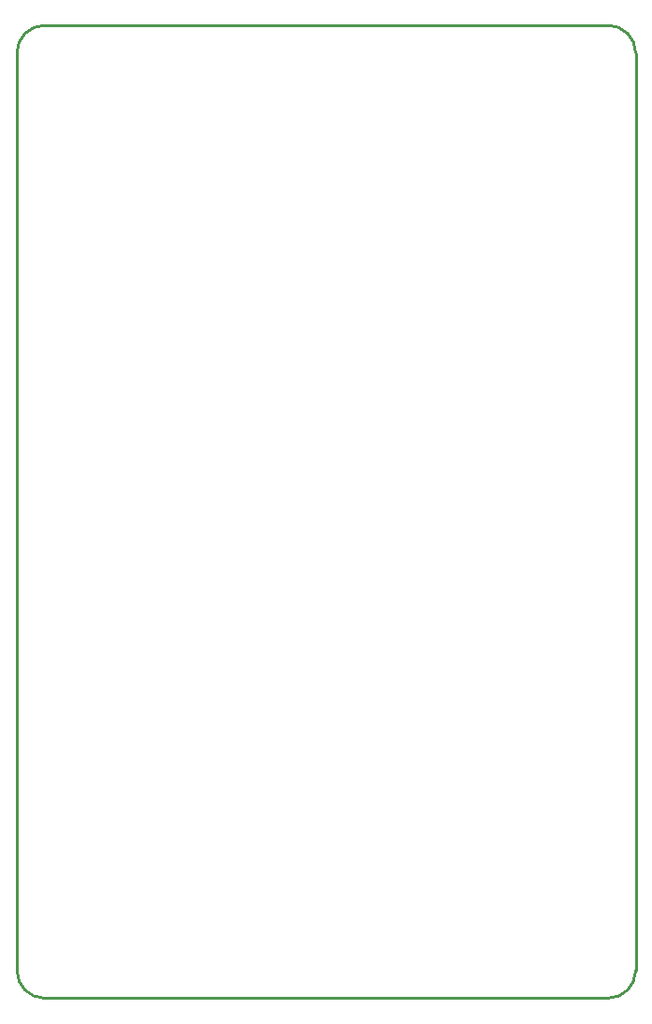
<source format=gko>
G04 Layer: BoardOutlineLayer*
G04 EasyEDA v6.5.23, 2023-05-11 23:14:51*
G04 9144401c2488441e8b95ca08e647d0b0,10*
G04 Gerber Generator version 0.2*
G04 Scale: 100 percent, Rotated: No, Reflected: No *
G04 Dimensions in millimeters *
G04 leading zeros omitted , absolute positions ,4 integer and 5 decimal *
%FSLAX45Y45*%
%MOMM*%

%ADD10C,0.2540*%
D10*
X0Y-8549982D02*
G01*
X0Y-249999D01*
X5349989Y-8799982D02*
G01*
X249999Y-8799982D01*
X5599988Y-249999D02*
G01*
X5599988Y-8549982D01*
X249999Y0D02*
G01*
X5349989Y0D01*
G75*
G01*
X5349989Y0D02*
G02*
X5599989Y-250000I0J-249999D01*
G75*
G01*
X5599989Y-8549983D02*
G02*
X5349989Y-8799982I-250000J0D01*
G75*
G01*
X250000Y-8799982D02*
G02*
X0Y-8549983I-1J249999D01*
G75*
G01*
X0Y-250000D02*
G02*
X250000Y0I249999J1D01*

%LPD*%
M02*

</source>
